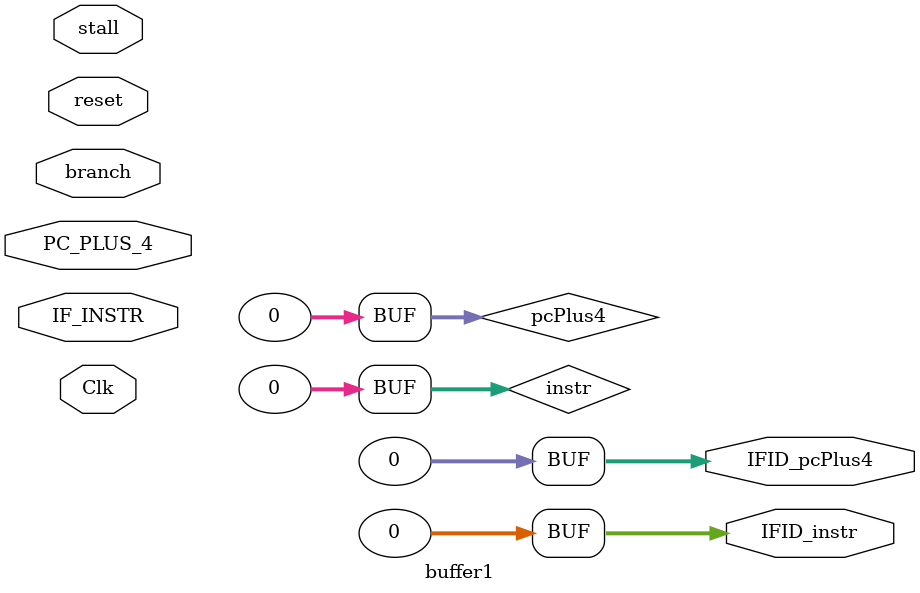
<source format=v>
`timescale 1ns / 1ps


module buffer1(
    input Clk,
    input reset,
    input stall,
    input branch,
    input [31:0] PC_PLUS_4,
    input [31:0] IF_INSTR,
    output [31:0] IFID_instr, IFID_pcPlus4
    );
    reg [31:0] pcPlus4;
    reg [63:32] instr;

    always @(reset)
    begin
        pcPlus4 = 0;
        instr = 0;
    end

    always @(posedge Clk)
    begin
        if (!stall)
        begin
            pcPlus4 <= PC_PLUS_4;
            instr <= IF_INSTR;
        end
        if (branch)
            instr <= 0;
    end
    
    assign IFID_instr = instr, IFID_pcPlus4 = pcPlus4;
endmodule

</source>
